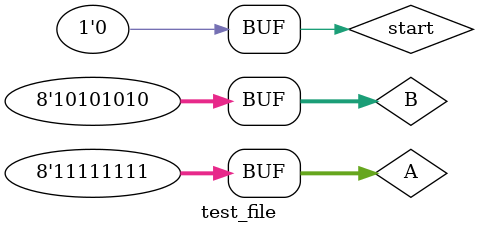
<source format=v>
`timescale 1ns / 1ps


module test_file();
reg [7:0] A;
reg [7:0] B;
reg start;
wire [7:0] a;
wire [7:0] b;
swap uut(.A(A),.B(B),.start(start),.a(a),.b(b));
initial 
begin
A=8'b00001111;
B=8'b11110000;
start=0;
#5 start=1;
#5 start=0;
A=8'b11111111;
B=8'b10101010;
#5 start=1;
#1 start=0;
end
endmodule

</source>
